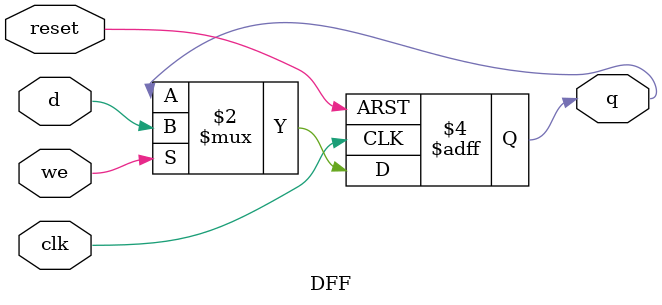
<source format=sv>

/*
* This Source Code Form is subject to the terms of the Mozilla Public
* License, v. 2.0. If a copy of the MPL was not distributed with this
* file, You can obtain one at https: //mozilla.org/MPL/2.0/.
*/
`default_nettype none

module DFF #(parameter SIZE = 1)(
    input [SIZE-1:0] d,
    input we,
    input clk,
    input reset,
    output reg [SIZE-1:0]  q
);

    // parameter SIZE = 1;

    // input we, clk, reset;
    // input [SIZE-1:0] d;
    // output reg [SIZE-1:0] q;

    always @(posedge clk, posedge reset) begin
        if (reset) begin
            q <= 0;
        end else begin
            if (we) begin
                q <= d;
            end
        end
    end

endmodule
</source>
